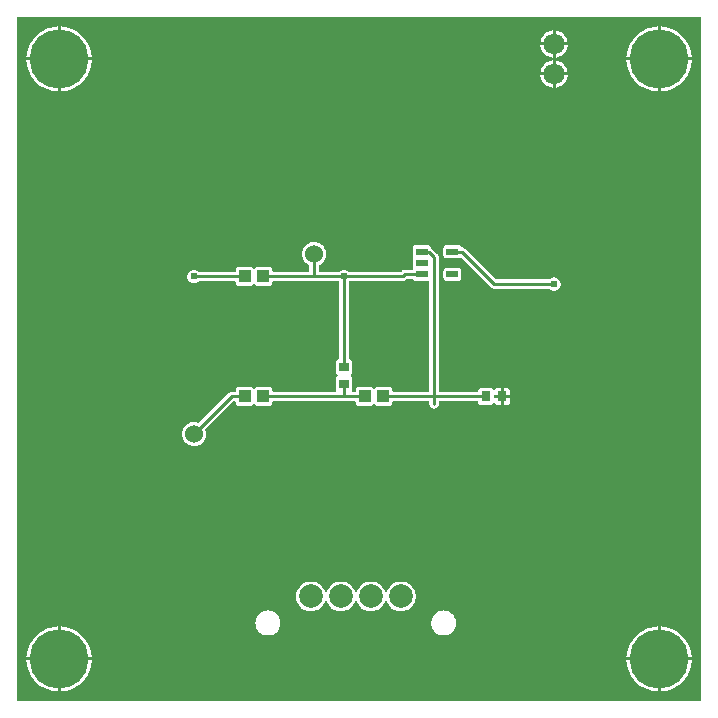
<source format=gtl>
G04 Layer: TopLayer*
G04 EasyEDA v6.5.32, 2023-07-25 14:04:49*
G04 c9cfb0145de049638fc0d3ee16389aac,5a6b42c53f6a479593ecc07194224c93,10*
G04 Gerber Generator version 0.2*
G04 Scale: 100 percent, Rotated: No, Reflected: No *
G04 Dimensions in millimeters *
G04 leading zeros omitted , absolute positions ,4 integer and 5 decimal *
%FSLAX45Y45*%
%MOMM*%

%ADD10C,0.2540*%
%ADD11R,1.0000X1.1000*%
%ADD12R,0.9000X0.8000*%
%ADD13R,0.8000X0.9000*%
%ADD14R,1.0000X0.6000*%
%ADD15C,5.0000*%
%ADD16C,1.8000*%
%ADD17C,1.5240*%
%ADD18C,2.0000*%
%ADD19C,0.6096*%
%ADD20C,0.0166*%

%LPD*%
G36*
X5805932Y25908D02*
G01*
X36068Y26416D01*
X32156Y27178D01*
X28905Y29362D01*
X26670Y32664D01*
X25908Y36576D01*
X25908Y5805932D01*
X26670Y5809843D01*
X28905Y5813094D01*
X32156Y5815330D01*
X36068Y5816092D01*
X5805932Y5816092D01*
X5809843Y5815330D01*
X5813094Y5813094D01*
X5815330Y5809843D01*
X5816092Y5805932D01*
X5816092Y36068D01*
X5815330Y32207D01*
X5813094Y28905D01*
X5809843Y26670D01*
G37*

%LPC*%
G36*
X4584700Y5600700D02*
G01*
X4687112Y5600700D01*
X4686960Y5602528D01*
X4684268Y5616803D01*
X4679746Y5630672D01*
X4673549Y5643829D01*
X4665776Y5656122D01*
X4656480Y5667349D01*
X4645863Y5677306D01*
X4634077Y5685840D01*
X4621326Y5692851D01*
X4607814Y5698236D01*
X4593691Y5701842D01*
X4584700Y5702960D01*
G37*
G36*
X393700Y105562D02*
G01*
X398322Y105664D01*
X421284Y108051D01*
X443992Y112369D01*
X466242Y118618D01*
X487934Y126644D01*
X508812Y136499D01*
X528828Y148031D01*
X547827Y161239D01*
X565607Y175971D01*
X582117Y192125D01*
X597204Y209600D01*
X610819Y228295D01*
X622757Y248107D01*
X633018Y268782D01*
X641553Y290271D01*
X648208Y312369D01*
X653034Y334975D01*
X655929Y357936D01*
X656336Y368300D01*
X393700Y368300D01*
G37*
G36*
X5448300Y105613D02*
G01*
X5448300Y368300D01*
X5185410Y368300D01*
X5187289Y346405D01*
X5191150Y323646D01*
X5196890Y301244D01*
X5204460Y279450D01*
X5213858Y258317D01*
X5224983Y238099D01*
X5237784Y218846D01*
X5252161Y200710D01*
X5267960Y183896D01*
X5285130Y168402D01*
X5303520Y154432D01*
X5323027Y142087D01*
X5343499Y131368D01*
X5364835Y122428D01*
X5386781Y115265D01*
X5409285Y109982D01*
X5432145Y106629D01*
G37*
G36*
X368300Y105613D02*
G01*
X368300Y368300D01*
X105410Y368300D01*
X107289Y346405D01*
X111150Y323646D01*
X116890Y301244D01*
X124460Y279450D01*
X133858Y258317D01*
X144983Y238099D01*
X157784Y218846D01*
X172161Y200710D01*
X187960Y183896D01*
X205130Y168402D01*
X223520Y154432D01*
X243027Y142087D01*
X263499Y131368D01*
X284835Y122428D01*
X306781Y115265D01*
X329285Y109982D01*
X352145Y106629D01*
G37*
G36*
X5473700Y393700D02*
G01*
X5736336Y393700D01*
X5735929Y404063D01*
X5733034Y427024D01*
X5728208Y449630D01*
X5721553Y471728D01*
X5713018Y493217D01*
X5702757Y513892D01*
X5690819Y533704D01*
X5677204Y552348D01*
X5662117Y569874D01*
X5645607Y586028D01*
X5627827Y600760D01*
X5608828Y613968D01*
X5588812Y625500D01*
X5567934Y635355D01*
X5546242Y643382D01*
X5523992Y649630D01*
X5501284Y653948D01*
X5478322Y656336D01*
X5473700Y656437D01*
G37*
G36*
X393700Y393700D02*
G01*
X656336Y393700D01*
X655929Y404063D01*
X653034Y427024D01*
X648208Y449630D01*
X641553Y471728D01*
X633018Y493217D01*
X622757Y513892D01*
X610819Y533704D01*
X597204Y552348D01*
X582117Y569874D01*
X565607Y586028D01*
X547827Y600760D01*
X528828Y613968D01*
X508812Y625500D01*
X487934Y635355D01*
X466242Y643382D01*
X443992Y649630D01*
X421284Y653948D01*
X398322Y656336D01*
X393700Y656437D01*
G37*
G36*
X5185410Y393700D02*
G01*
X5448300Y393700D01*
X5448300Y656386D01*
X5432145Y655370D01*
X5409285Y652018D01*
X5386781Y646734D01*
X5364835Y639572D01*
X5343499Y630631D01*
X5323027Y619912D01*
X5303520Y607568D01*
X5285130Y593598D01*
X5267960Y578104D01*
X5252161Y561289D01*
X5237784Y543153D01*
X5224983Y523900D01*
X5213858Y503682D01*
X5204460Y482549D01*
X5196890Y460756D01*
X5191150Y438353D01*
X5187289Y415594D01*
G37*
G36*
X105410Y393700D02*
G01*
X368300Y393700D01*
X368300Y656386D01*
X352145Y655370D01*
X329285Y652018D01*
X306781Y646734D01*
X284835Y639572D01*
X263499Y630631D01*
X243027Y619912D01*
X223520Y607568D01*
X205130Y593598D01*
X187960Y578104D01*
X172161Y561289D01*
X157784Y543153D01*
X144983Y523900D01*
X133858Y503682D01*
X124460Y482549D01*
X116890Y460756D01*
X111150Y438353D01*
X107289Y415594D01*
G37*
G36*
X2149602Y579882D02*
G01*
X2163419Y580796D01*
X2176983Y583488D01*
X2190140Y587959D01*
X2202535Y594055D01*
X2214067Y601776D01*
X2224481Y610920D01*
X2233625Y621334D01*
X2241296Y632815D01*
X2247442Y645261D01*
X2251862Y658368D01*
X2254605Y671931D01*
X2255469Y685749D01*
X2254605Y699617D01*
X2251862Y713181D01*
X2247442Y726287D01*
X2241296Y738733D01*
X2233625Y750214D01*
X2224481Y760628D01*
X2214067Y769772D01*
X2202535Y777494D01*
X2190140Y783590D01*
X2176983Y788060D01*
X2163419Y790752D01*
X2149602Y791667D01*
X2135784Y790752D01*
X2122220Y788060D01*
X2109063Y783590D01*
X2096668Y777494D01*
X2085136Y769772D01*
X2074722Y760628D01*
X2065578Y750214D01*
X2057907Y738733D01*
X2051761Y726287D01*
X2047341Y713181D01*
X2044598Y699617D01*
X2043734Y685749D01*
X2044598Y671931D01*
X2047341Y658368D01*
X2051761Y645261D01*
X2057907Y632815D01*
X2065578Y621334D01*
X2074722Y610920D01*
X2085136Y601776D01*
X2096668Y594055D01*
X2109063Y587959D01*
X2122220Y583488D01*
X2135784Y580796D01*
G37*
G36*
X3636772Y579882D02*
G01*
X3650640Y580796D01*
X3664204Y583488D01*
X3677310Y587959D01*
X3689756Y594055D01*
X3701237Y601776D01*
X3711651Y610920D01*
X3720795Y621334D01*
X3728516Y632815D01*
X3734612Y645261D01*
X3739083Y658368D01*
X3741775Y671931D01*
X3742690Y685749D01*
X3741775Y699617D01*
X3739083Y713181D01*
X3734612Y726287D01*
X3728516Y738733D01*
X3720795Y750214D01*
X3711651Y760628D01*
X3701237Y769772D01*
X3689756Y777494D01*
X3677310Y783590D01*
X3664204Y788060D01*
X3650640Y790752D01*
X3636772Y791667D01*
X3622954Y790752D01*
X3609390Y788060D01*
X3596284Y783590D01*
X3583838Y777494D01*
X3572357Y769772D01*
X3561943Y760628D01*
X3552799Y750214D01*
X3545078Y738733D01*
X3538982Y726287D01*
X3534511Y713181D01*
X3531819Y699617D01*
X3530904Y685749D01*
X3531819Y671931D01*
X3534511Y658368D01*
X3538982Y645261D01*
X3545078Y632815D01*
X3552799Y621334D01*
X3561943Y610920D01*
X3572357Y601776D01*
X3583838Y594055D01*
X3596284Y587959D01*
X3609390Y583488D01*
X3622954Y580796D01*
G37*
G36*
X2512161Y784910D02*
G01*
X2527350Y785825D01*
X2542286Y788568D01*
X2556814Y793089D01*
X2570683Y799338D01*
X2583688Y807161D01*
X2595626Y816559D01*
X2606395Y827278D01*
X2615793Y839266D01*
X2623616Y852271D01*
X2629916Y866190D01*
X2632151Y869340D01*
X2635351Y871474D01*
X2639161Y872185D01*
X2642971Y871474D01*
X2646222Y869340D01*
X2648458Y866190D01*
X2654706Y852271D01*
X2662580Y839266D01*
X2671927Y827278D01*
X2682697Y816559D01*
X2694635Y807161D01*
X2707690Y799338D01*
X2721508Y793089D01*
X2736037Y788568D01*
X2750972Y785825D01*
X2766161Y784910D01*
X2781350Y785825D01*
X2796286Y788568D01*
X2810814Y793089D01*
X2824683Y799338D01*
X2837688Y807161D01*
X2849626Y816559D01*
X2860395Y827278D01*
X2869793Y839266D01*
X2877616Y852271D01*
X2883916Y866190D01*
X2886151Y869340D01*
X2889351Y871474D01*
X2893161Y872185D01*
X2896971Y871474D01*
X2900222Y869340D01*
X2902458Y866190D01*
X2908706Y852271D01*
X2916580Y839266D01*
X2925927Y827278D01*
X2936697Y816559D01*
X2948635Y807161D01*
X2961690Y799338D01*
X2975508Y793089D01*
X2990037Y788568D01*
X3004972Y785825D01*
X3020161Y784910D01*
X3035350Y785825D01*
X3050286Y788568D01*
X3064814Y793089D01*
X3078683Y799338D01*
X3091688Y807161D01*
X3103626Y816559D01*
X3114395Y827278D01*
X3123793Y839266D01*
X3131616Y852271D01*
X3137916Y866190D01*
X3140151Y869340D01*
X3143351Y871474D01*
X3147161Y872185D01*
X3150971Y871474D01*
X3154222Y869340D01*
X3156458Y866190D01*
X3162706Y852271D01*
X3170580Y839266D01*
X3179927Y827278D01*
X3190697Y816559D01*
X3202635Y807161D01*
X3215690Y799338D01*
X3229508Y793089D01*
X3244037Y788568D01*
X3258972Y785825D01*
X3274161Y784910D01*
X3289350Y785825D01*
X3304286Y788568D01*
X3318814Y793089D01*
X3332683Y799338D01*
X3345687Y807161D01*
X3357626Y816559D01*
X3368395Y827278D01*
X3377793Y839266D01*
X3385616Y852271D01*
X3391865Y866140D01*
X3396386Y880668D01*
X3399129Y895603D01*
X3400044Y910793D01*
X3399129Y925982D01*
X3396386Y940917D01*
X3391865Y955446D01*
X3385616Y969264D01*
X3377793Y982319D01*
X3368395Y994257D01*
X3357626Y1005027D01*
X3345687Y1014374D01*
X3332683Y1022248D01*
X3318814Y1028496D01*
X3304286Y1033018D01*
X3289350Y1035761D01*
X3274161Y1036675D01*
X3258972Y1035761D01*
X3244037Y1033018D01*
X3229508Y1028496D01*
X3215690Y1022248D01*
X3202635Y1014374D01*
X3190697Y1005027D01*
X3179927Y994257D01*
X3170580Y982319D01*
X3162706Y969264D01*
X3156458Y955344D01*
X3154222Y952195D01*
X3150971Y950112D01*
X3147161Y949350D01*
X3143351Y950112D01*
X3140151Y952195D01*
X3137916Y955344D01*
X3131616Y969264D01*
X3123793Y982319D01*
X3114395Y994257D01*
X3103626Y1005027D01*
X3091688Y1014374D01*
X3078683Y1022248D01*
X3064814Y1028496D01*
X3050286Y1033018D01*
X3035350Y1035761D01*
X3020161Y1036675D01*
X3004972Y1035761D01*
X2990037Y1033018D01*
X2975508Y1028496D01*
X2961690Y1022248D01*
X2948635Y1014374D01*
X2936697Y1005027D01*
X2925927Y994257D01*
X2916580Y982319D01*
X2908706Y969264D01*
X2902458Y955344D01*
X2900222Y952195D01*
X2896971Y950112D01*
X2893161Y949350D01*
X2889351Y950112D01*
X2886151Y952195D01*
X2883916Y955344D01*
X2877616Y969264D01*
X2869793Y982319D01*
X2860395Y994257D01*
X2849626Y1005027D01*
X2837688Y1014374D01*
X2824683Y1022248D01*
X2810814Y1028496D01*
X2796286Y1033018D01*
X2781350Y1035761D01*
X2766161Y1036675D01*
X2750972Y1035761D01*
X2736037Y1033018D01*
X2721508Y1028496D01*
X2707690Y1022248D01*
X2694635Y1014374D01*
X2682697Y1005027D01*
X2671927Y994257D01*
X2662580Y982319D01*
X2654706Y969264D01*
X2648458Y955344D01*
X2646222Y952195D01*
X2642971Y950112D01*
X2639161Y949350D01*
X2635351Y950112D01*
X2632151Y952195D01*
X2629916Y955344D01*
X2623616Y969264D01*
X2615793Y982319D01*
X2606395Y994257D01*
X2595626Y1005027D01*
X2583688Y1014374D01*
X2570683Y1022248D01*
X2556814Y1028496D01*
X2542286Y1033018D01*
X2527350Y1035761D01*
X2512161Y1036675D01*
X2496972Y1035761D01*
X2482037Y1033018D01*
X2467508Y1028496D01*
X2453690Y1022248D01*
X2440635Y1014374D01*
X2428697Y1005027D01*
X2417927Y994257D01*
X2408580Y982319D01*
X2400706Y969264D01*
X2394458Y955446D01*
X2389936Y940917D01*
X2387193Y925982D01*
X2386279Y910793D01*
X2387193Y895603D01*
X2389936Y880668D01*
X2394458Y866140D01*
X2400706Y852271D01*
X2408580Y839266D01*
X2417927Y827278D01*
X2428697Y816559D01*
X2440635Y807161D01*
X2453690Y799338D01*
X2467508Y793089D01*
X2482037Y788568D01*
X2496972Y785825D01*
G37*
G36*
X4456887Y5600700D02*
G01*
X4559300Y5600700D01*
X4559300Y5702960D01*
X4550308Y5701842D01*
X4536186Y5698236D01*
X4522673Y5692851D01*
X4509922Y5685840D01*
X4498136Y5677306D01*
X4487519Y5667349D01*
X4478223Y5656122D01*
X4470450Y5643829D01*
X4464253Y5630672D01*
X4459732Y5616803D01*
X4457039Y5602528D01*
G37*
G36*
X105410Y5473700D02*
G01*
X368300Y5473700D01*
X368300Y5736386D01*
X352145Y5735370D01*
X329285Y5732018D01*
X306781Y5726734D01*
X284835Y5719572D01*
X263499Y5710631D01*
X243027Y5699912D01*
X223520Y5687568D01*
X205130Y5673598D01*
X187960Y5658104D01*
X172161Y5641289D01*
X157784Y5623153D01*
X144983Y5603900D01*
X133858Y5583682D01*
X124460Y5562549D01*
X116890Y5540756D01*
X111150Y5518353D01*
X107289Y5495594D01*
G37*
G36*
X5185410Y5473700D02*
G01*
X5448300Y5473700D01*
X5448300Y5736386D01*
X5432145Y5735370D01*
X5409285Y5732018D01*
X5386781Y5726734D01*
X5364835Y5719572D01*
X5343499Y5710631D01*
X5323027Y5699912D01*
X5303520Y5687568D01*
X5285130Y5673598D01*
X5267960Y5658104D01*
X5252161Y5641289D01*
X5237784Y5623153D01*
X5224983Y5603900D01*
X5213858Y5583682D01*
X5204460Y5562549D01*
X5196890Y5540756D01*
X5191150Y5518353D01*
X5187289Y5495594D01*
G37*
G36*
X5473700Y5473700D02*
G01*
X5736336Y5473700D01*
X5735929Y5484063D01*
X5733034Y5507024D01*
X5728208Y5529630D01*
X5721553Y5551728D01*
X5713018Y5573217D01*
X5702757Y5593892D01*
X5690819Y5613704D01*
X5677204Y5632348D01*
X5662117Y5649874D01*
X5645607Y5666028D01*
X5627827Y5680760D01*
X5608828Y5693968D01*
X5588812Y5705500D01*
X5567934Y5715355D01*
X5546242Y5723382D01*
X5523992Y5729630D01*
X5501284Y5733948D01*
X5478322Y5736336D01*
X5473700Y5736437D01*
G37*
G36*
X393700Y5473700D02*
G01*
X656336Y5473700D01*
X655929Y5484063D01*
X653034Y5507024D01*
X648208Y5529630D01*
X641553Y5551728D01*
X633018Y5573217D01*
X622757Y5593892D01*
X610819Y5613704D01*
X597204Y5632348D01*
X582117Y5649874D01*
X565607Y5666028D01*
X547827Y5680760D01*
X528828Y5693968D01*
X508812Y5705500D01*
X487934Y5715355D01*
X466242Y5723382D01*
X443992Y5729630D01*
X421284Y5733948D01*
X398322Y5736336D01*
X393700Y5736437D01*
G37*
G36*
X4559300Y5473039D02*
G01*
X4559300Y5575300D01*
X4456887Y5575300D01*
X4457039Y5573471D01*
X4459732Y5559196D01*
X4464253Y5545328D01*
X4470450Y5532170D01*
X4478223Y5519877D01*
X4487519Y5508650D01*
X4498136Y5498693D01*
X4509922Y5490159D01*
X4522673Y5483148D01*
X4536186Y5477764D01*
X4550308Y5474157D01*
G37*
G36*
X1520596Y2183892D02*
G01*
X1534210Y2184349D01*
X1547672Y2186635D01*
X1560677Y2190648D01*
X1573072Y2196388D01*
X1584553Y2203754D01*
X1594967Y2212543D01*
X1604111Y2222652D01*
X1611833Y2233879D01*
X1617980Y2246071D01*
X1622450Y2258974D01*
X1625193Y2272334D01*
X1626107Y2285949D01*
X1625193Y2299512D01*
X1622450Y2312873D01*
X1620215Y2319426D01*
X1619656Y2323134D01*
X1620469Y2326843D01*
X1622602Y2329942D01*
X1854606Y2561894D01*
X1857908Y2564130D01*
X1861769Y2564892D01*
X1865934Y2564892D01*
X1869846Y2564130D01*
X1873148Y2561894D01*
X1875332Y2558643D01*
X1876094Y2554732D01*
X1876094Y2549093D01*
X1876806Y2542743D01*
X1878736Y2537307D01*
X1881784Y2532380D01*
X1885899Y2528316D01*
X1890775Y2525217D01*
X1896262Y2523286D01*
X1902561Y2522575D01*
X2001418Y2522575D01*
X2007768Y2523286D01*
X2013204Y2525217D01*
X2018131Y2528316D01*
X2022195Y2532380D01*
X2023414Y2534259D01*
X2026208Y2537206D01*
X2029968Y2538831D01*
X2034032Y2538831D01*
X2037791Y2537206D01*
X2040585Y2534259D01*
X2041804Y2532380D01*
X2045868Y2528316D01*
X2050796Y2525217D01*
X2056231Y2523286D01*
X2062581Y2522575D01*
X2161438Y2522575D01*
X2167737Y2523286D01*
X2173224Y2525217D01*
X2178100Y2528316D01*
X2182215Y2532380D01*
X2185263Y2537307D01*
X2187194Y2542743D01*
X2187905Y2549093D01*
X2187905Y2554732D01*
X2188667Y2558643D01*
X2190902Y2561894D01*
X2194153Y2564130D01*
X2198065Y2564892D01*
X2881934Y2564892D01*
X2885846Y2564130D01*
X2889148Y2561894D01*
X2891332Y2558643D01*
X2892094Y2554732D01*
X2892094Y2549093D01*
X2892806Y2542743D01*
X2894736Y2537307D01*
X2897784Y2532380D01*
X2901899Y2528316D01*
X2906776Y2525217D01*
X2912262Y2523286D01*
X2918561Y2522575D01*
X3017418Y2522575D01*
X3023768Y2523286D01*
X3029204Y2525217D01*
X3034131Y2528316D01*
X3038195Y2532380D01*
X3039414Y2534259D01*
X3042208Y2537206D01*
X3045968Y2538831D01*
X3050032Y2538831D01*
X3053791Y2537206D01*
X3056585Y2534259D01*
X3057804Y2532380D01*
X3061868Y2528316D01*
X3066796Y2525217D01*
X3072231Y2523286D01*
X3078581Y2522575D01*
X3177438Y2522575D01*
X3183737Y2523286D01*
X3189224Y2525217D01*
X3194100Y2528316D01*
X3198215Y2532380D01*
X3201263Y2537307D01*
X3203194Y2542743D01*
X3203905Y2549093D01*
X3203905Y2554732D01*
X3204667Y2558643D01*
X3206902Y2561894D01*
X3210153Y2564130D01*
X3214065Y2564892D01*
X3507232Y2564892D01*
X3511143Y2564130D01*
X3514394Y2561894D01*
X3516629Y2558643D01*
X3517392Y2554732D01*
X3517392Y2540406D01*
X3518204Y2532380D01*
X3520389Y2525166D01*
X3523945Y2518511D01*
X3528720Y2512669D01*
X3534562Y2507843D01*
X3541268Y2504287D01*
X3548481Y2502103D01*
X3556000Y2501392D01*
X3563518Y2502103D01*
X3570732Y2504287D01*
X3577437Y2507843D01*
X3583279Y2512669D01*
X3588054Y2518511D01*
X3591610Y2525166D01*
X3593795Y2532380D01*
X3594608Y2540406D01*
X3594608Y2554732D01*
X3595370Y2558643D01*
X3597605Y2561894D01*
X3600856Y2564130D01*
X3604768Y2564892D01*
X3918356Y2564892D01*
X3922014Y2564231D01*
X3925112Y2562301D01*
X3927398Y2559405D01*
X3928465Y2555849D01*
X3928821Y2552750D01*
X3930700Y2547264D01*
X3933799Y2542387D01*
X3937914Y2538272D01*
X3942791Y2535224D01*
X3948277Y2533294D01*
X3954576Y2532583D01*
X4033418Y2532583D01*
X4039768Y2533294D01*
X4045204Y2535224D01*
X4050131Y2538272D01*
X4054195Y2542387D01*
X4055414Y2544267D01*
X4058208Y2547213D01*
X4061968Y2548839D01*
X4066032Y2548839D01*
X4069791Y2547213D01*
X4072585Y2544267D01*
X4073804Y2542387D01*
X4077868Y2538272D01*
X4082796Y2535224D01*
X4088231Y2533294D01*
X4094581Y2532583D01*
X4121302Y2532583D01*
X4121302Y2590800D01*
X4070096Y2590800D01*
X4066184Y2591562D01*
X4062882Y2593797D01*
X4060698Y2597048D01*
X4059936Y2600960D01*
X4059936Y2606040D01*
X4060698Y2609951D01*
X4062882Y2613202D01*
X4066184Y2615438D01*
X4070096Y2616200D01*
X4121302Y2616200D01*
X4121302Y2674416D01*
X4094581Y2674416D01*
X4088231Y2673705D01*
X4082796Y2671775D01*
X4077868Y2668727D01*
X4073804Y2664612D01*
X4072585Y2662732D01*
X4069791Y2659786D01*
X4066032Y2658160D01*
X4061968Y2658160D01*
X4058208Y2659786D01*
X4055414Y2662732D01*
X4054195Y2664612D01*
X4050131Y2668727D01*
X4045204Y2671775D01*
X4039768Y2673705D01*
X4033418Y2674416D01*
X3954576Y2674416D01*
X3948277Y2673705D01*
X3942791Y2671775D01*
X3937914Y2668727D01*
X3933799Y2664612D01*
X3930700Y2659735D01*
X3928821Y2654249D01*
X3928465Y2651150D01*
X3927398Y2647594D01*
X3925112Y2644698D01*
X3922014Y2642768D01*
X3918356Y2642108D01*
X3604768Y2642108D01*
X3600856Y2642870D01*
X3597605Y2645105D01*
X3595370Y2648356D01*
X3594608Y2652268D01*
X3594608Y3784092D01*
X3593795Y3792118D01*
X3591610Y3799332D01*
X3588054Y3806037D01*
X3582924Y3812235D01*
X3539439Y3855720D01*
X3533241Y3860850D01*
X3530193Y3862476D01*
X3527247Y3864864D01*
X3525367Y3868115D01*
X3524707Y3869994D01*
X3521608Y3874922D01*
X3517544Y3878986D01*
X3512616Y3882085D01*
X3507181Y3884015D01*
X3500831Y3884726D01*
X3401974Y3884726D01*
X3395675Y3884015D01*
X3390188Y3882085D01*
X3385312Y3878986D01*
X3381197Y3874922D01*
X3378149Y3869994D01*
X3376218Y3864559D01*
X3375507Y3858209D01*
X3375507Y3799382D01*
X3376218Y3793032D01*
X3378149Y3787597D01*
X3380079Y3783177D01*
X3380079Y3779418D01*
X3378098Y3774998D01*
X3376218Y3769563D01*
X3375507Y3763213D01*
X3375507Y3704386D01*
X3376218Y3698138D01*
X3378809Y3691077D01*
X3379419Y3687267D01*
X3378555Y3683457D01*
X3376371Y3680256D01*
X3373069Y3678174D01*
X3369259Y3677412D01*
X3309620Y3677412D01*
X3301593Y3676599D01*
X3294379Y3674414D01*
X3287674Y3670858D01*
X3281476Y3665728D01*
X3276803Y3661105D01*
X3273501Y3658870D01*
X3269589Y3658108D01*
X2839008Y3658108D01*
X2835097Y3658870D01*
X2831795Y3661105D01*
X2830220Y3662679D01*
X2822194Y3668318D01*
X2813253Y3672433D01*
X2803804Y3674973D01*
X2794000Y3675837D01*
X2784195Y3674973D01*
X2774746Y3672433D01*
X2765806Y3668318D01*
X2757779Y3662679D01*
X2756204Y3661105D01*
X2752902Y3658870D01*
X2748991Y3658108D01*
X2588768Y3658108D01*
X2584856Y3658870D01*
X2581605Y3661105D01*
X2579370Y3664356D01*
X2578608Y3668268D01*
X2578608Y3709060D01*
X2579319Y3712819D01*
X2581402Y3716070D01*
X2584500Y3718306D01*
X2589072Y3720388D01*
X2600553Y3727754D01*
X2610967Y3736543D01*
X2620111Y3746652D01*
X2627833Y3757879D01*
X2633980Y3770071D01*
X2638450Y3782974D01*
X2641193Y3796334D01*
X2642108Y3809949D01*
X2641193Y3823512D01*
X2638450Y3836873D01*
X2633980Y3849776D01*
X2627833Y3861968D01*
X2620111Y3873195D01*
X2610967Y3883304D01*
X2600553Y3892092D01*
X2589072Y3899458D01*
X2576677Y3905199D01*
X2563672Y3909212D01*
X2550210Y3911498D01*
X2536596Y3911955D01*
X2523032Y3910584D01*
X2509774Y3907434D01*
X2497023Y3902506D01*
X2485085Y3895953D01*
X2474112Y3887876D01*
X2464308Y3878427D01*
X2455824Y3867708D01*
X2448864Y3855974D01*
X2443581Y3843426D01*
X2439974Y3830269D01*
X2438146Y3816756D01*
X2438146Y3803091D01*
X2439974Y3789578D01*
X2443581Y3776421D01*
X2448864Y3763873D01*
X2455824Y3752138D01*
X2464308Y3741470D01*
X2474112Y3731971D01*
X2485085Y3723894D01*
X2496108Y3717848D01*
X2498902Y3715562D01*
X2500731Y3712464D01*
X2501392Y3708908D01*
X2501392Y3668268D01*
X2500630Y3664356D01*
X2498394Y3661105D01*
X2495143Y3658870D01*
X2491232Y3658108D01*
X2198065Y3658108D01*
X2194153Y3658870D01*
X2190902Y3661105D01*
X2188667Y3664356D01*
X2187905Y3668268D01*
X2187905Y3673906D01*
X2187194Y3680256D01*
X2185263Y3685692D01*
X2182215Y3690620D01*
X2178100Y3694684D01*
X2173224Y3697782D01*
X2167737Y3699713D01*
X2161438Y3700424D01*
X2062581Y3700424D01*
X2056231Y3699713D01*
X2050796Y3697782D01*
X2045868Y3694684D01*
X2041804Y3690620D01*
X2040585Y3688740D01*
X2037791Y3685794D01*
X2034032Y3684168D01*
X2029968Y3684168D01*
X2026208Y3685794D01*
X2023414Y3688740D01*
X2022195Y3690620D01*
X2018131Y3694684D01*
X2013204Y3697782D01*
X2007768Y3699713D01*
X2001418Y3700424D01*
X1902561Y3700424D01*
X1896262Y3699713D01*
X1890775Y3697782D01*
X1885899Y3694684D01*
X1881784Y3690620D01*
X1878736Y3685692D01*
X1876806Y3680256D01*
X1876094Y3673906D01*
X1876094Y3668268D01*
X1875332Y3664356D01*
X1873148Y3661105D01*
X1869846Y3658870D01*
X1865934Y3658108D01*
X1569008Y3658108D01*
X1565097Y3658870D01*
X1561795Y3661105D01*
X1560220Y3662679D01*
X1552194Y3668318D01*
X1543253Y3672433D01*
X1533804Y3674973D01*
X1524000Y3675837D01*
X1514195Y3674973D01*
X1504746Y3672433D01*
X1495806Y3668318D01*
X1487779Y3662679D01*
X1480820Y3655720D01*
X1475181Y3647694D01*
X1471066Y3638753D01*
X1468526Y3629304D01*
X1467662Y3619500D01*
X1468526Y3609695D01*
X1471066Y3600246D01*
X1475181Y3591306D01*
X1480820Y3583279D01*
X1487779Y3576320D01*
X1495806Y3570681D01*
X1504746Y3566566D01*
X1514195Y3564026D01*
X1524000Y3563162D01*
X1533804Y3564026D01*
X1543253Y3566566D01*
X1552194Y3570681D01*
X1560220Y3576320D01*
X1561795Y3577894D01*
X1565097Y3580129D01*
X1569008Y3580892D01*
X1865934Y3580892D01*
X1869846Y3580129D01*
X1873148Y3577894D01*
X1875332Y3574643D01*
X1876094Y3570732D01*
X1876094Y3565093D01*
X1876806Y3558743D01*
X1878736Y3553307D01*
X1881784Y3548379D01*
X1885899Y3544315D01*
X1890775Y3541217D01*
X1896262Y3539286D01*
X1902561Y3538575D01*
X2001418Y3538575D01*
X2007768Y3539286D01*
X2013204Y3541217D01*
X2018131Y3544315D01*
X2022195Y3548379D01*
X2023414Y3550259D01*
X2026208Y3553206D01*
X2029968Y3554831D01*
X2034032Y3554831D01*
X2037791Y3553206D01*
X2040585Y3550259D01*
X2041804Y3548379D01*
X2045868Y3544315D01*
X2050796Y3541217D01*
X2056231Y3539286D01*
X2062581Y3538575D01*
X2161438Y3538575D01*
X2167737Y3539286D01*
X2173224Y3541217D01*
X2178100Y3544315D01*
X2182215Y3548379D01*
X2185263Y3553307D01*
X2187194Y3558743D01*
X2187905Y3565093D01*
X2187905Y3570732D01*
X2188667Y3574643D01*
X2190902Y3577894D01*
X2194153Y3580129D01*
X2198065Y3580892D01*
X2745232Y3580892D01*
X2749143Y3580129D01*
X2752394Y3577894D01*
X2754630Y3574643D01*
X2755392Y3570732D01*
X2755392Y2926943D01*
X2754731Y2923286D01*
X2752801Y2920187D01*
X2749905Y2917901D01*
X2746349Y2916834D01*
X2743250Y2916478D01*
X2737764Y2914599D01*
X2732887Y2911500D01*
X2728772Y2907385D01*
X2725724Y2902508D01*
X2723794Y2897022D01*
X2723083Y2890723D01*
X2723083Y2811881D01*
X2723794Y2805531D01*
X2725724Y2800096D01*
X2728772Y2795168D01*
X2732887Y2791104D01*
X2734767Y2789885D01*
X2737713Y2787091D01*
X2739339Y2783332D01*
X2739339Y2779268D01*
X2737713Y2775508D01*
X2734767Y2772714D01*
X2732887Y2771495D01*
X2728772Y2767431D01*
X2725724Y2762504D01*
X2723794Y2757068D01*
X2723083Y2750718D01*
X2723083Y2671876D01*
X2723794Y2665577D01*
X2725724Y2660091D01*
X2727248Y2657652D01*
X2728722Y2653639D01*
X2728366Y2649321D01*
X2726283Y2645562D01*
X2722829Y2643022D01*
X2718612Y2642108D01*
X2198065Y2642108D01*
X2194153Y2642870D01*
X2190902Y2645105D01*
X2188667Y2648356D01*
X2187905Y2652268D01*
X2187905Y2657906D01*
X2187194Y2664256D01*
X2185263Y2669692D01*
X2182215Y2674620D01*
X2178100Y2678684D01*
X2173224Y2681782D01*
X2167737Y2683713D01*
X2161438Y2684424D01*
X2062581Y2684424D01*
X2056231Y2683713D01*
X2050796Y2681782D01*
X2045868Y2678684D01*
X2041804Y2674620D01*
X2040585Y2672740D01*
X2037791Y2669794D01*
X2034032Y2668168D01*
X2029968Y2668168D01*
X2026208Y2669794D01*
X2023414Y2672740D01*
X2022195Y2674620D01*
X2018131Y2678684D01*
X2013204Y2681782D01*
X2007768Y2683713D01*
X2001418Y2684424D01*
X1902561Y2684424D01*
X1896262Y2683713D01*
X1890775Y2681782D01*
X1885899Y2678684D01*
X1881784Y2674620D01*
X1878736Y2669692D01*
X1876806Y2664256D01*
X1876094Y2657906D01*
X1876094Y2652268D01*
X1875332Y2648356D01*
X1873148Y2645105D01*
X1869846Y2642870D01*
X1865934Y2642108D01*
X1842058Y2642108D01*
X1834032Y2641295D01*
X1826818Y2639110D01*
X1820164Y2635554D01*
X1813915Y2630424D01*
X1568043Y2384602D01*
X1565046Y2382520D01*
X1561490Y2381605D01*
X1557883Y2382062D01*
X1547672Y2385212D01*
X1534210Y2387498D01*
X1520596Y2387955D01*
X1507032Y2386584D01*
X1493774Y2383434D01*
X1481023Y2378506D01*
X1469085Y2371953D01*
X1458112Y2363876D01*
X1448308Y2354427D01*
X1439824Y2343708D01*
X1432864Y2331974D01*
X1427581Y2319426D01*
X1423974Y2306269D01*
X1422146Y2292756D01*
X1422146Y2279091D01*
X1423974Y2265578D01*
X1427581Y2252421D01*
X1432864Y2239873D01*
X1439824Y2228138D01*
X1448308Y2217470D01*
X1458112Y2207971D01*
X1469085Y2199894D01*
X1481023Y2193340D01*
X1493774Y2188413D01*
X1507032Y2185263D01*
G37*
G36*
X4584700Y5473039D02*
G01*
X4593691Y5474157D01*
X4607814Y5477764D01*
X4621326Y5483148D01*
X4634077Y5490159D01*
X4645863Y5498693D01*
X4656480Y5508650D01*
X4665776Y5519877D01*
X4673549Y5532170D01*
X4679746Y5545328D01*
X4684268Y5559196D01*
X4686960Y5573471D01*
X4687112Y5575300D01*
X4584700Y5575300D01*
G37*
G36*
X4584700Y5346700D02*
G01*
X4687112Y5346700D01*
X4686960Y5348528D01*
X4684268Y5362803D01*
X4679746Y5376672D01*
X4673549Y5389829D01*
X4665776Y5402122D01*
X4656480Y5413349D01*
X4645863Y5423306D01*
X4634077Y5431840D01*
X4621326Y5438851D01*
X4607814Y5444236D01*
X4593691Y5447842D01*
X4584700Y5448960D01*
G37*
G36*
X4456887Y5346700D02*
G01*
X4559300Y5346700D01*
X4559300Y5448960D01*
X4550308Y5447842D01*
X4536186Y5444236D01*
X4522673Y5438851D01*
X4509922Y5431840D01*
X4498136Y5423306D01*
X4487519Y5413349D01*
X4478223Y5402122D01*
X4470450Y5389829D01*
X4464253Y5376672D01*
X4459732Y5362803D01*
X4457039Y5348528D01*
G37*
G36*
X4559300Y5219039D02*
G01*
X4559300Y5321300D01*
X4456887Y5321300D01*
X4457039Y5319471D01*
X4459732Y5305196D01*
X4464253Y5291328D01*
X4470450Y5278170D01*
X4478223Y5265877D01*
X4487519Y5254650D01*
X4498136Y5244693D01*
X4509922Y5236159D01*
X4522673Y5229148D01*
X4536186Y5223764D01*
X4550308Y5220157D01*
G37*
G36*
X4584700Y5219039D02*
G01*
X4593691Y5220157D01*
X4607814Y5223764D01*
X4621326Y5229148D01*
X4634077Y5236159D01*
X4645863Y5244693D01*
X4656480Y5254650D01*
X4665776Y5265877D01*
X4673549Y5278170D01*
X4679746Y5291328D01*
X4684268Y5305196D01*
X4686960Y5319471D01*
X4687112Y5321300D01*
X4584700Y5321300D01*
G37*
G36*
X368300Y5185613D02*
G01*
X368300Y5448300D01*
X105410Y5448300D01*
X107289Y5426405D01*
X111150Y5403646D01*
X116890Y5381244D01*
X124460Y5359450D01*
X133858Y5338318D01*
X144983Y5318099D01*
X157784Y5298846D01*
X172161Y5280710D01*
X187960Y5263896D01*
X205130Y5248402D01*
X223520Y5234432D01*
X243027Y5222087D01*
X263499Y5211368D01*
X284835Y5202428D01*
X306781Y5195265D01*
X329285Y5189982D01*
X352145Y5186629D01*
G37*
G36*
X4146702Y2532583D02*
G01*
X4173423Y2532583D01*
X4179722Y2533294D01*
X4185208Y2535224D01*
X4190085Y2538272D01*
X4194200Y2542387D01*
X4197299Y2547264D01*
X4199178Y2552750D01*
X4199890Y2559050D01*
X4199890Y2590800D01*
X4146702Y2590800D01*
G37*
G36*
X5448300Y5185613D02*
G01*
X5448300Y5448300D01*
X5185410Y5448300D01*
X5187289Y5426405D01*
X5191150Y5403646D01*
X5196890Y5381244D01*
X5204460Y5359450D01*
X5213858Y5338318D01*
X5224983Y5318099D01*
X5237784Y5298846D01*
X5252161Y5280710D01*
X5267960Y5263896D01*
X5285130Y5248402D01*
X5303520Y5234432D01*
X5323027Y5222087D01*
X5343499Y5211368D01*
X5364835Y5202428D01*
X5386781Y5195265D01*
X5409285Y5189982D01*
X5432145Y5186629D01*
G37*
G36*
X393700Y5185562D02*
G01*
X398322Y5185664D01*
X421284Y5188051D01*
X443992Y5192369D01*
X466242Y5198618D01*
X487934Y5206644D01*
X508812Y5216499D01*
X528828Y5228031D01*
X547827Y5241239D01*
X565607Y5255971D01*
X582117Y5272125D01*
X597204Y5289600D01*
X610819Y5308295D01*
X622757Y5328107D01*
X633018Y5348782D01*
X641553Y5370271D01*
X648208Y5392369D01*
X653034Y5414975D01*
X655929Y5437936D01*
X656336Y5448300D01*
X393700Y5448300D01*
G37*
G36*
X4146702Y2616200D02*
G01*
X4199890Y2616200D01*
X4199890Y2647950D01*
X4199178Y2654249D01*
X4197299Y2659735D01*
X4194200Y2664612D01*
X4190085Y2668727D01*
X4185208Y2671775D01*
X4179722Y2673705D01*
X4173423Y2674416D01*
X4146702Y2674416D01*
G37*
G36*
X5473700Y5185562D02*
G01*
X5478322Y5185664D01*
X5501284Y5188051D01*
X5523992Y5192369D01*
X5546242Y5198618D01*
X5567934Y5206644D01*
X5588812Y5216499D01*
X5608828Y5228031D01*
X5627827Y5241239D01*
X5645607Y5255971D01*
X5662117Y5272125D01*
X5677204Y5289600D01*
X5690819Y5308295D01*
X5702757Y5328107D01*
X5713018Y5348782D01*
X5721553Y5370271D01*
X5728208Y5392369D01*
X5733034Y5414975D01*
X5735929Y5437936D01*
X5736336Y5448300D01*
X5473700Y5448300D01*
G37*
G36*
X3661968Y3582873D02*
G01*
X3760825Y3582873D01*
X3767175Y3583584D01*
X3772611Y3585514D01*
X3777538Y3588562D01*
X3781602Y3592677D01*
X3784701Y3597554D01*
X3786581Y3603040D01*
X3787292Y3609340D01*
X3787292Y3668217D01*
X3786581Y3674567D01*
X3784701Y3680002D01*
X3781602Y3684879D01*
X3777538Y3688994D01*
X3772611Y3692093D01*
X3767175Y3693972D01*
X3760825Y3694684D01*
X3661968Y3694684D01*
X3655669Y3693972D01*
X3650183Y3692093D01*
X3645306Y3688994D01*
X3641191Y3684879D01*
X3638092Y3680002D01*
X3636213Y3674567D01*
X3635501Y3668217D01*
X3635501Y3609340D01*
X3636213Y3603040D01*
X3638092Y3597554D01*
X3641191Y3592677D01*
X3645306Y3588562D01*
X3650183Y3585514D01*
X3655669Y3583584D01*
G37*
G36*
X4572000Y3499561D02*
G01*
X4581804Y3500424D01*
X4591253Y3502964D01*
X4600194Y3507130D01*
X4608220Y3512769D01*
X4615180Y3519678D01*
X4620818Y3527755D01*
X4624933Y3536645D01*
X4627473Y3546144D01*
X4628337Y3555898D01*
X4627473Y3565702D01*
X4624933Y3575202D01*
X4620818Y3584092D01*
X4615180Y3592169D01*
X4608220Y3599078D01*
X4600194Y3604717D01*
X4591253Y3608882D01*
X4581804Y3611422D01*
X4572000Y3612286D01*
X4562195Y3611422D01*
X4552746Y3608882D01*
X4543806Y3604717D01*
X4535779Y3599078D01*
X4534204Y3597503D01*
X4530902Y3595319D01*
X4526991Y3594557D01*
X4084269Y3594557D01*
X4080408Y3595319D01*
X4077106Y3597503D01*
X3818839Y3855720D01*
X3812641Y3860850D01*
X3805936Y3864406D01*
X3798722Y3866591D01*
X3791000Y3867353D01*
X3788003Y3868115D01*
X3785412Y3869740D01*
X3783380Y3872077D01*
X3781602Y3874871D01*
X3777538Y3878986D01*
X3772611Y3882085D01*
X3767175Y3883964D01*
X3760825Y3884676D01*
X3661968Y3884676D01*
X3655669Y3883964D01*
X3650183Y3882085D01*
X3645306Y3878986D01*
X3641191Y3874871D01*
X3638143Y3869994D01*
X3636213Y3864559D01*
X3635501Y3858209D01*
X3635501Y3799332D01*
X3636213Y3793032D01*
X3638143Y3787546D01*
X3641191Y3782669D01*
X3645306Y3778554D01*
X3650183Y3775506D01*
X3655669Y3773576D01*
X3661968Y3772865D01*
X3760825Y3772865D01*
X3767175Y3773576D01*
X3772611Y3775506D01*
X3776370Y3777843D01*
X3779520Y3779164D01*
X3782923Y3779367D01*
X3786174Y3778402D01*
X3788968Y3776421D01*
X4036415Y3528974D01*
X4042664Y3523843D01*
X4049318Y3520287D01*
X4056532Y3518103D01*
X4064558Y3517341D01*
X4526991Y3517341D01*
X4530902Y3516528D01*
X4534204Y3514344D01*
X4535779Y3512769D01*
X4543806Y3507130D01*
X4552746Y3502964D01*
X4562195Y3500424D01*
G37*
G36*
X5473700Y105562D02*
G01*
X5478322Y105664D01*
X5501284Y108051D01*
X5523992Y112369D01*
X5546242Y118618D01*
X5567934Y126644D01*
X5588812Y136499D01*
X5608828Y148031D01*
X5627827Y161239D01*
X5645607Y175971D01*
X5662117Y192125D01*
X5677204Y209600D01*
X5690819Y228295D01*
X5702757Y248107D01*
X5713018Y268782D01*
X5721553Y290271D01*
X5728208Y312369D01*
X5733034Y334975D01*
X5735929Y357936D01*
X5736336Y368300D01*
X5473700Y368300D01*
G37*

%LPD*%
G36*
X2869387Y2642108D02*
G01*
X2865170Y2643022D01*
X2861716Y2645562D01*
X2859633Y2649321D01*
X2859278Y2653639D01*
X2860751Y2657652D01*
X2862275Y2660091D01*
X2864205Y2665577D01*
X2864916Y2671876D01*
X2864916Y2750718D01*
X2864205Y2757068D01*
X2862275Y2762504D01*
X2859227Y2767431D01*
X2855112Y2771495D01*
X2853232Y2772714D01*
X2850286Y2775508D01*
X2848660Y2779268D01*
X2848660Y2783332D01*
X2850286Y2787091D01*
X2853232Y2789885D01*
X2855112Y2791104D01*
X2859227Y2795168D01*
X2862275Y2800096D01*
X2864205Y2805531D01*
X2864916Y2811881D01*
X2864916Y2890723D01*
X2864205Y2897022D01*
X2862275Y2902508D01*
X2859227Y2907385D01*
X2855112Y2911500D01*
X2850235Y2914599D01*
X2844749Y2916478D01*
X2841650Y2916834D01*
X2838094Y2917901D01*
X2835198Y2920187D01*
X2833268Y2923286D01*
X2832608Y2926943D01*
X2832608Y3570732D01*
X2833370Y3574643D01*
X2835605Y3577894D01*
X2838856Y3580129D01*
X2842768Y3580892D01*
X3289300Y3580892D01*
X3297326Y3581704D01*
X3304540Y3583889D01*
X3311245Y3587445D01*
X3317443Y3592576D01*
X3322116Y3597198D01*
X3325418Y3599434D01*
X3329330Y3600196D01*
X3370884Y3600196D01*
X3374237Y3599637D01*
X3377184Y3597960D01*
X3379470Y3595420D01*
X3381197Y3592677D01*
X3385312Y3588613D01*
X3390188Y3585514D01*
X3395675Y3583635D01*
X3401974Y3582873D01*
X3500831Y3582873D01*
X3506114Y3583482D01*
X3510330Y3583076D01*
X3513988Y3580993D01*
X3516528Y3577539D01*
X3517392Y3573373D01*
X3517392Y2652268D01*
X3516629Y2648356D01*
X3514394Y2645105D01*
X3511143Y2642870D01*
X3507232Y2642108D01*
X3214065Y2642108D01*
X3210153Y2642870D01*
X3206902Y2645105D01*
X3204667Y2648356D01*
X3203905Y2652268D01*
X3203905Y2657906D01*
X3203194Y2664256D01*
X3201263Y2669692D01*
X3198215Y2674620D01*
X3194100Y2678684D01*
X3189224Y2681782D01*
X3183737Y2683713D01*
X3177438Y2684424D01*
X3078581Y2684424D01*
X3072231Y2683713D01*
X3066796Y2681782D01*
X3061868Y2678684D01*
X3057804Y2674620D01*
X3056585Y2672740D01*
X3053791Y2669794D01*
X3050032Y2668168D01*
X3045968Y2668168D01*
X3042208Y2669794D01*
X3039414Y2672740D01*
X3038195Y2674620D01*
X3034131Y2678684D01*
X3029204Y2681782D01*
X3023768Y2683713D01*
X3017418Y2684424D01*
X2918561Y2684424D01*
X2912262Y2683713D01*
X2906776Y2681782D01*
X2901899Y2678684D01*
X2897784Y2674620D01*
X2894736Y2669692D01*
X2892806Y2664256D01*
X2892094Y2657906D01*
X2892094Y2652268D01*
X2891332Y2648356D01*
X2889148Y2645105D01*
X2885846Y2642870D01*
X2881934Y2642108D01*
G37*

%LPD*%
D10*
X1952017Y3619500D02*
G01*
X1524000Y3619500D01*
X2794000Y2851304D02*
G01*
X2794000Y3619500D01*
X2112009Y3619500D02*
G01*
X2540000Y3619500D01*
X2540000Y3809926D01*
X1952015Y2603500D02*
G01*
X1841573Y2603500D01*
X1524000Y2285926D01*
X2968015Y2603500D02*
G01*
X2112007Y2603500D01*
X3128007Y2603500D02*
G01*
X3993997Y2603500D01*
X2794000Y2711297D02*
G01*
X2794000Y2603500D01*
X4572000Y3555926D02*
G01*
X4064073Y3555926D01*
X3791204Y3828795D01*
X3711422Y3828795D01*
X3451377Y3638804D02*
G01*
X3309111Y3638804D01*
X3289808Y3619500D01*
X2794000Y3619500D01*
X2540000Y3619500D01*
X3451377Y3828795D02*
G01*
X3511804Y3828795D01*
X3556000Y3784600D01*
X3556000Y2539926D01*
D11*
G01*
X2112009Y2603500D03*
G01*
X1952015Y2603500D03*
G01*
X3128009Y2603500D03*
G01*
X2968015Y2603500D03*
D12*
G01*
X2794000Y2851302D03*
G01*
X2794000Y2711297D03*
D13*
G01*
X3993997Y2603500D03*
G01*
X4134002Y2603500D03*
D14*
G01*
X3711422Y3828795D03*
G01*
X3711422Y3638804D03*
G01*
X3451377Y3638804D03*
G01*
X3451377Y3733800D03*
G01*
X3451377Y3828795D03*
D11*
G01*
X2112009Y3619500D03*
G01*
X1952015Y3619500D03*
D15*
G01*
X381000Y5461000D03*
G01*
X5461000Y5461000D03*
G01*
X5461000Y381000D03*
G01*
X381000Y381000D03*
D16*
G01*
X4572000Y5588000D03*
G01*
X4572000Y5334000D03*
D17*
G01*
X1524000Y2285923D03*
G01*
X2540000Y3809923D03*
D18*
G01*
X3274186Y910793D03*
G01*
X2512186Y910793D03*
G01*
X2766186Y910793D03*
G01*
X3020186Y910793D03*
D19*
G01*
X1524000Y3619500D03*
G01*
X4572000Y3555923D03*
G01*
X2794000Y3619500D03*
G01*
X3175000Y3035300D03*
M02*

</source>
